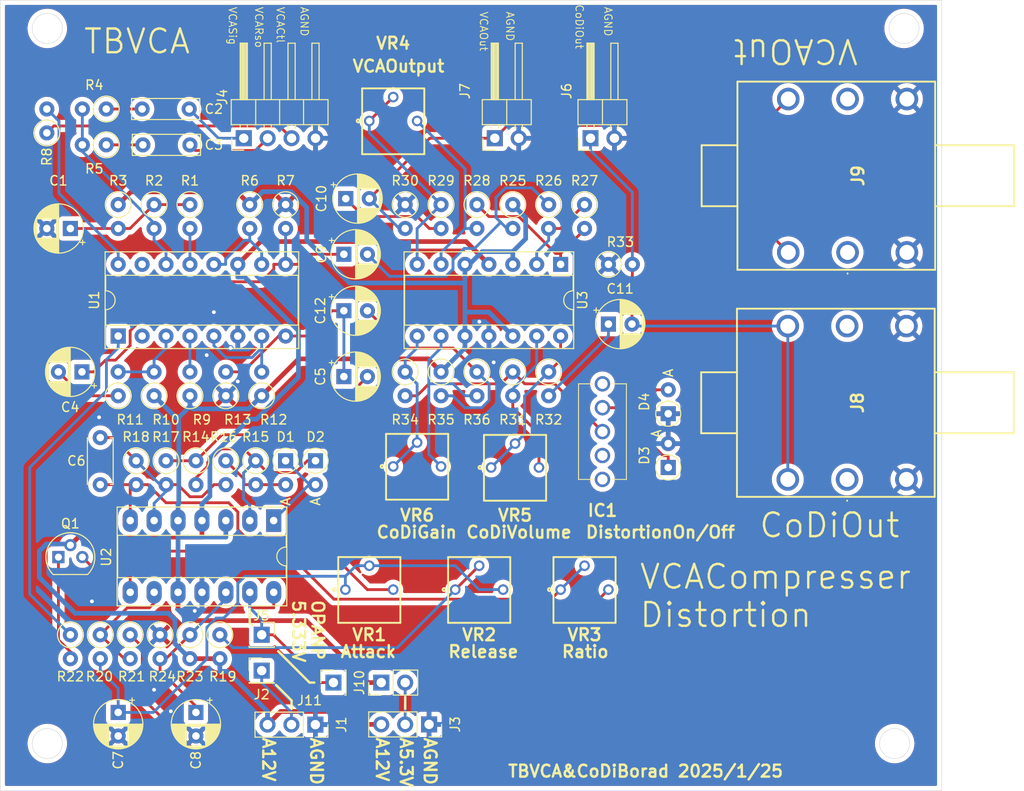
<source format=kicad_pcb>
(kicad_pcb (version 20240108) (generator "pcbnew") (generator_version "8.0")
  (layers (0 "F.Cu" signal) (31 "B.Cu" signal) (34 "B.Paste" user) (35 "F.Paste" user) (36 "B.SilkS" user "B.Silkscreen") (37 "F.SilkS" user "F.Silkscreen") (38 "B.Mask" user) (39 "F.Mask" user) (44 "Edge.Cuts" user))
  (net 0 "")
  (net 1 "Net-(C1-Pad1)")
  (net 2 "GNDA")
  (net 3 "A+_VCA_Signal")
  (net 4 "Net-(C2-Pad2)")
  (net 5 "A+_VCA_Resonance")
  (net 6 "Net-(C3-Pad2)")
  (net 7 "VCA_OUT")
  (net 8 "Net-(C4-Pad2)")
  (net 9 "Net-(C5-Pad2)")
  (net 10 "COMP_OUT")
  (net 11 "Net-(U2B--)")
  (net 12 "Net-(VR1-CW)")
  (net 13 "Net-(VR1-CCW)")
  (net 14 "Net-(U2D-+)")
  (net 15 "Net-(C9-Pad2)")
  (net 16 "Net-(J7-Pin_1)")
  (net 17 "Net-(C10-Pad1)")
  (net 18 "Net-(C11-Pad1)")
  (net 19 "Net-(J6-Pin_1)")
  (net 20 "Net-(C12-Pad2)")
  (net 21 "Net-(D1-K)")
  (net 22 "Net-(D1-A)")
  (net 23 "Net-(D2-K)")
  (net 24 "Net-(D3-K)")
  (net 25 "+12VA")
  (net 26 "Net-(J1-Pin_2)")
  (net 27 "+5.333VA")
  (net 28 "A+_VCA_Control")
  (net 29 "Net-(Q1-E)")
  (net 30 "Net-(Q1-B)")
  (net 31 "Net-(U1A--)")
  (net 32 "Net-(U1A-+)")
  (net 33 "Net-(R6-Pad2)")
  (net 34 "Net-(R8-Pad2)")
  (net 35 "Net-(U1C--)")
  (net 36 "Net-(U1C-+)")
  (net 37 "Net-(R12-Pad2)")
  (net 38 "Net-(VR2-CCW)")
  (net 39 "Net-(U2C--)")
  (net 40 "Net-(VR3-CW)")
  (net 41 "COMP_CTRL")
  (net 42 "Net-(U3A--)")
  (net 43 "Net-(R27-Pad2)")
  (net 44 "Net-(U3B--)")
  (net 45 "Net-(VR4-CCW)")
  (net 46 "Net-(U3D--)")
  (net 47 "Net-(VR5-CCW)")
  (net 48 "Net-(VR6-CCW)")
  (net 49 "Net-(U3C--)")
  (net 59 "Net-(IC1-2_Comm)")
  (net 60 "Net-(J10-Pin_2)")
  (net 61 "Net-(J11-Pin_1)")
  (footprint "Resistor_THT:R_Axial_DIN0207_L6.3mm_D2.5mm_P2.54mm_Vertical" (layer "F.Cu") (at 51.435 72.945 -90)
    (property "Reference" "R18")
    (property "Value" "20K")
  )
  (footprint "Resistor_THT:R_Axial_DIN0207_L6.3mm_D2.5mm_P2.54mm_Vertical" (layer "F.Cu") (at 80.01 45.72 -90)
    (property "Reference" "R30")
    (property "Value" "100K")
  )
  (footprint "Resistor_THT:R_Axial_DIN0207_L6.3mm_D2.5mm_P2.54mm_Vertical" (layer "F.Cu") (at 80.01 63.5 -90)
    (property "Reference" "R34")
    (property "Value" "2.2K")
  )
  (footprint "SamacSys_Parts:3362P_1" (layer "F.Cu") (at 81.28 77.08)
    (property "Reference" "VR6")
    (property "Value" "3362P-1-503LF 50K" (hide yes))
  )
  (footprint "Capacitor_THT:C_Rect_L7.0mm_W2.0mm_P5.00mm" (layer "F.Cu") (at 57.15 39.37 180)
    (property "Reference" "C3")
    (property "Value" "0.01uF")
  )
  (footprint "Diode_THT:D_DO-35_SOD27_P2.54mm_Vertical_AnodeUp" (layer "F.Cu") (at 107.95 67.945 90)
    (property "Reference" "D4")
    (property "Value" "D")
  )
  (footprint "Resistor_THT:R_Axial_DIN0207_L6.3mm_D2.5mm_P2.54mm_Vertical" (layer "F.Cu") (at 50.8 91.44 -90)
    (property "Reference" "R21")
    (property "Value" "10K")
  )
  (footprint "SamacSys_Parts:3362P_1" (layer "F.Cu") (at 99.06 90.17)
    (property "Reference" "VR3")
    (property "Value" "3362P-1-504LF 500K" (hide yes))
  )
  (footprint "Resistor_THT:R_Axial_DIN0207_L6.3mm_D2.5mm_P2.54mm_Vertical" (layer "F.Cu") (at 83.82 63.5 -90)
    (property "Reference" "R35")
    (property "Value" "100K")
  )
  (footprint "Resistor_THT:R_Axial_DIN0207_L6.3mm_D2.5mm_P2.54mm_Vertical" (layer "F.Cu") (at 47.625 91.44 -90)
    (property "Reference" "R20")
    (property "Value" "10K")
  )
  (footprint "Resistor_THT:R_Axial_DIN0207_L6.3mm_D2.5mm_P2.54mm_Vertical" (layer "F.Cu") (at 57.785 72.945 -90)
    (property "Reference" "R14")
    (property "Value" "10K")
  )
  (footprint "Capacitor_THT:CP_Radial_D5.0mm_P2.50mm" (layer "F.Cu") (at 73.5 64)
    (property "Reference" "C5")
    (property "Value" "1uF/25V")
  )
  (footprint "Connector_PinHeader_2.54mm:PinHeader_1x02_P2.54mm_Vertical" (layer "F.Cu") (at 77.47 96.52 90)
    (property "Reference" "J10")
    (property "Value" "Conn_01x02")
  )
  (footprint "Connector_PinSocket_2.54mm:PinSocket_1x01_P2.54mm_Vertical" (layer "F.Cu") (at 72.39 96.52 90)
    (property "Reference" "J11")
    (property "Value" "Conn_01x01")
  )
  (footprint "Resistor_THT:R_Axial_DIN0207_L6.3mm_D2.5mm_P2.54mm_Vertical" (layer "F.Cu") (at 99.06 45.72 -90)
    (property "Reference" "R27")
    (property "Value" "10K")
  )
  (footprint "Capacitor_THT:CP_Radial_D5.0mm_P2.50mm" (layer "F.Cu") (at 49.53 99.695 -90)
    (property "Reference" "C7")
    (property "Value" "2.2uF/25V")
  )
  (footprint "Resistor_THT:R_Axial_DIN0207_L6.3mm_D2.5mm_P2.54mm_Vertical" (layer "F.Cu") (at 60.96 66.04 90)
    (property "Reference" "R13")
    (property "Value" "5K")
  )
  (footprint "Resistor_THT:R_Axial_DIN0207_L6.3mm_D2.5mm_P2.54mm_Vertical" (layer "F.Cu") (at 48.26 35.56 180)
    (property "Reference" "R4")
    (property "Value" "220K")
  )
  (footprint "Diode_THT:D_DO-35_SOD27_P2.54mm_Vertical_AnodeUp" (layer "F.Cu") (at 107.95 73.66 90)
    (property "Reference" "D3")
    (property "Value" "D")
  )
  (footprint "Resistor_THT:R_Axial_DIN0207_L6.3mm_D2.5mm_P2.54mm_Vertical" (layer "F.Cu") (at 87.63 63.5 -90)
    (property "Reference" "R36")
    (property "Value" "10K")
  )
  (footprint "SamacSys_Parts:3362P_1" (layer "F.Cu") (at 76.2 90.17)
    (property "Reference" "VR1")
    (property "Value" "3362P-1-102LF 1K" (hide yes))
  )
  (footprint "Resistor_THT:R_Axial_DIN0207_L6.3mm_D2.5mm_P2.54mm_Vertical" (layer "F.Cu") (at 95.25 45.72 -90)
    (property "Reference" "R26")
    (property "Value" "10K")
  )
  (footprint "Capacitor_THT:CP_Radial_D5.0mm_P2.50mm" (layer "F.Cu") (at 73.7 45.085)
    (property "Reference" "C10")
    (property "Value" "1uF/25V")
  )
  (footprint "Resistor_THT:R_Axial_DIN0207_L6.3mm_D2.5mm_P2.54mm_Vertical" (layer "F.Cu") (at 101.6 52.07)
    (property "Reference" "R33")
    (property "Value" "100K")
  )
  (footprint "Resistor_THT:R_Axial_DIN0207_L6.3mm_D2.5mm_P2.54mm_Vertical" (layer "F.Cu") (at 57.15 45.72 -90)
    (property "Reference" "R1")
    (property "Value" "2.2K")
  )
  (footprint "Connector_PinHeader_2.54mm:PinHeader_1x01_P2.54mm_Vertical" (layer "F.Cu") (at 64.77 95.25)
    (property "Reference" "J2")
    (property "Value" "Conn_01x01")
  )
  (footprint "Package_DIP:DIP-16_W7.62mm_Socket" (layer "F.Cu") (at 49.53 59.69 90)
    (property "Reference" "U1")
    (property "Value" "LM13700")
  )
  (footprint "Connector_PinSocket_2.54mm:PinSocket_1x03_P2.54mm_Vertical" (layer "F.Cu") (at 70.47 100.99 -90)
    (property "Reference" "J1")
    (property "Value" "Conn_01x03")
  )
  (footprint "Capacitor_THT:CP_Radial_D5.0mm_P2.50mm" (layer "F.Cu") (at 57.785 99.695 -90)
    (property "Reference" "C8")
    (property "Value" "2.2uF/25V")
  )
  (footprint "Package_DIP:DIP-14_W7.62mm_Socket" (layer "F.Cu") (at 96.52 52.07 -90)
    (property "Reference" "U3")
    (property "Value" "Opamp_Quad")
  )
  (footprint "Resistor_THT:R_Axial_DIN0207_L6.3mm_D2.5mm_P2.54mm_Vertical" (layer "F.Cu") (at 41.95 38.1 90)
    (property "Reference" "R8")
    (property "Value" "47K")
  )
  (footprint "SamacSys_Parts:MJ462" (layer "F.Cu") (at 127 50.8 90)
    (property "Reference" "J9")
    (property "Value" "MJ-462" (hide yes))
  )
  (footprint "Resistor_THT:R_Axial_DIN0207_L6.3mm_D2.5mm_P2.54mm_Vertical" (layer "F.Cu") (at 49.53 45.72 -90)
    (property "Reference" "R3")
    (property "Value" "2.2K")
  )
  (footprint "Diode_THT:D_DO-35_SOD27_P2.54mm_Vertical_AnodeUp" (layer "F.Cu") (at 67.31 72.945 -90)
    (property "Reference" "D1")
    (property "Value" "D")
  )
  (footprint "Capacitor_THT:CP_Radial_D5.0mm_P2.50mm" (layer "F.Cu") (at 45.68 63.5 180)
    (property "Reference" "C4")
    (property "Value" "10uF/25V")
  )
  (footprint "Resistor_THT:R_Axial_DIN0207_L6.3mm_D2.5mm_P2.54mm_Vertical" (layer "F.Cu") (at 44.45 91.44 -90)
    (property "Reference" "R22")
    (property "Value" "10K")
  )
  (footprint "Resistor_THT:R_Axial_DIN0207_L6.3mm_D2.5mm_P2.54mm_Vertical" (layer "F.Cu") (at 53.975 91.44 -90)
    (property "Reference" "R24")
    (property "Value" "24K")
  )
  (footprint "SamacSys_Parts:3362P_1" (layer "F.Cu") (at 91.6795 77.19)
    (property "Reference" "VR5")
    (property "Value" "3362P-1-504LF 500K" (hide yes))
  )
  (footprint "SamacSys_Parts:2MS1T1B4VS2QES" (layer "F.Cu") (at 100.965 67.31)
    (property "Reference" "IC1")
    (property "Value" "2MS1T1B4VS2QES" (hide yes))
  )
  (footprint "Capacitor_THT:CP_Radial_D5.0mm_P2.50mm" (layer "F.Cu") (at 73.5 51)
    (property "Reference" "C9")
    (property "Value" "1uF/25V")
  )
  (footprint "Resistor_THT:R_Axial_DIN0207_L6.3mm_D2.5mm_P2.54mm_Vertical" (layer "F.Cu") (at 63.5 45.72 -90)
    (property "Reference" "R6")
    (property "Value" "33K")
  )
  (footprint "Resistor_THT:R_Axial_DIN0207_L6.3mm_D2.5mm_P2.54mm_Vertical" (layer "F.Cu") (at 91.44 63.5 -90)
    (property "Reference" "R31")
    (property "Value" "10K")
  )
  (footprint "Resistor_THT:R_Axial_DIN0207_L6.3mm_D2.5mm_P2.54mm_Vertical" (layer "F.Cu") (at 83.82 45.72 -90)
    (property "Reference" "R29")
    (property "Value" "100")
  )
  (footprint "Resistor_THT:R_Axial_DIN0207_L6.3mm_D2.5mm_P2.54mm_Vertical" (layer "F.Cu") (at 57.15 91.44 -90)
    (property "Reference" "R23")
    (property "Value" "30K")
  )
  (footprint "Connector_PinSocket_2.54mm:PinSocket_1x03_P2.54mm_Vertical" (layer "F.Cu") (at 82.55 100.965 -90)
    (property "Reference" "J3")
    (property "Value" "Conn_01x03")
  )
  (footprint "Connector_PinHeader_2.54mm:PinHeader_1x04_P2.54mm_Horizontal" (layer "F.Cu") (at 62.865 38.665 90)
    (property "Reference" "J4")
    (property "Value" "Conn_01x04")
  )
  (footprint "Resistor_THT:R_Axial_DIN0207_L6.3mm_D2.5mm_P2.54mm_Vertical" (layer "F.Cu") (at 54.61 72.945 -90)
    (property "Reference" "R17")
    (property "Value" "20K")
  )
  (footprint "Resistor_THT:R_Axial_DIN0207_L6.3mm_D2.5mm_P2.54mm_Vertical" (layer "F.Cu") (at 53.34 45.72 -90)
    (property "Reference" "R2")
    (property "Value" "2.2K")
  )
  (footprint "Resistor_THT:R_Axial_DIN0207_L6.3mm_D2.5mm_P2.54mm_Vertical" (layer "F.Cu") (at 57.15 66.04 90)
    (property "Reference" "R9")
    (property "Value" "510")
  )
  (footprint "SamacSys_Parts:3362P_1" (layer "F.Cu") (at 78.74 40.36)
    (property "Reference" "VR4")
    (property "Value" "3362P-1-503LF 50K" (hide yes))
  )
  (footprint "Resistor_THT:R_Axial_DIN0207_L6.3mm_D2.5mm_P2.54mm_Vertical" (layer "F.Cu") (at 53.34 66.04 90)
    (property "Reference" "R10")
    (property "Value" "510")
  )
  (footprint "Capacitor_THT:CP_Radial_D5.0mm_P2.50mm" (layer "F.Cu") (at 101.6 58.42)
    (property "Reference" "C11")
    (property "Value" "1uF/25V")
  )
  (footprint "Package_TO_SOT_THT:TO-92" (layer "F.Cu") (at 43.18 83.185)
    (property "Reference" "Q1")
    (property "Value" "Q_NPN_ECB")
  )
  (footprint "Resistor_THT:R_Axial_DIN0207_L6.3mm_D2.5mm_P2.54mm_Vertical" (layer "F.Cu") (at 60.96 72.945 -90)
    (property "Reference" "R16")
    (property "Value" "10K")
  )
  (footprint "Resistor_THT:R_Axial_DIN0207_L6.3mm_D2.5mm_P2.54mm_Vertical" (layer "F.Cu") (at 64.135 72.945 -90)
    (property "Reference" "R15")
    (property "Value" "10K")
  )
  (footprint "Capacitor_THT:C_Rect_L7.0mm_W2.0mm_P5.00mm" (layer "F.Cu") (at 57.07 35.56 180)
    (property "Reference" "C2")
    (property "Value" "0.01uF")
  )
  (footprint "SamacSys_Parts:MJ462" (layer "F.Cu") (at 126.95 74.93 90)
    (property "Reference" "J8")
    (property "Value" "MJ-462" (hide yes))
  )
  (footprint "Resistor_THT:R_Axial_DIN0207_L6.3mm_D2.5mm_P2.54mm_Vertical" (layer "F.Cu") (at 60.325 91.44 -90)
    (property "Reference" "R19")
    (property "Value" "10K")
  )
  (footprint "Resistor_THT:R_Axial_DIN0207_L6.3mm_D2.5mm_P2.54mm_Vertical" (layer "F.Cu") (at 48.26 39.37 180)
    (property "Reference" "R5")
    (property "Value" "100K")
  )
  (footprint "Resistor_THT:R_Axial_DIN0207_L6.3mm_D2.5mm_P2.54mm_Vertical" (layer "F.Cu") (at 67.31 45.72 -90)
    (property "Reference" "R7")
    (property "Value" "5K")
  )
  (footprint "Connector_PinSocket_2.54mm:PinSocket_1x01_P2.54mm_Vertical" (layer "F.Cu") (at 64.77 91.44)
    (property "Reference" "J5")
    (property "Value" "Conn_01x01")
  )
  (footprint "Resistor_THT:R_Axial_DIN0207_L6.3mm_D2.5mm_P2.54mm_Vertical" (layer "F.Cu") (at 91.44 45.72 -90)
    (property "Reference" "R25")
    (property "Value" "100K")
  )
  (footprint "Connector_PinHeader_2.54mm:PinHeader_1x02_P2.54mm_Horizontal" (layer "F.Cu") (at 89.53 38.665 90)
    (property "Reference" "J7")
    (property "Value" "Conn_01x02")
  )
  (footprint "Resistor_THT:R_Axial_DIN0207_L6.3mm_D2.5mm_P2.54mm_Vertical" (layer "F.Cu") (at 95.25 63.5 -90)
    (property "Reference" "R32")
    (property "Value" "100")
  )
  (footprint "Capacitor_THT:CP_Radial_D5.0mm_P2.50mm" (layer "F.Cu") (at 73.5 57)
    (property "Reference" "C12")
    (property "Value" "1uF/25V")
  )
  (footprint "Package_DIP:DIP-14_W7.62mm_Socket_LongPads" (layer "F.Cu") (at 66.045 79.305 -90)
    (property "Reference" "U2")
    (property "Value" "Opamp_Quad")
  )
  (footprint "Connector_PinHeader_2.54mm:PinHeader_1x02_P2.54mm_Horizontal" (layer "F.Cu") (at 99.695 38.665 90)
    (property "Reference" "J6")
    (property "Value" "Conn_01x02")
  )
  (footprint "SamacSys_Parts:3362P_1" (layer "F.Cu") (at 87.8695 90.17)
    (property "Reference" "VR2")
    (property "Value" "3362P-1-104LF 100K" (hide yes))
  )
  (footprint "Resistor_THT:R_Axial_DIN0207_L6.3mm_D2.5mm_P2.54mm_Vertical" (layer "F.Cu") (at 87.63 45.72 -90)
    (property "Reference" "R28")
    (property "Value" "10K")
  )
  (footprint "Resistor_THT:R_Axial_DIN0207_L6.3mm_D2.5mm_P2.54mm_Vertical" (layer "F.Cu") (at 64.77 66.04 90)
    (property "Reference" "R12")
    (property "Value" "33K")
  )
  (footprint "Resistor_THT:R_Axial_DIN0207_L6.3mm_D2.5mm_P2.54mm_Vertical" (layer "F.Cu") (at 49.53 66.04 90)
    (property "Reference" "R11")
    (property "Value" "100K")
  )
  (footprint "Capacitor_THT:C_Disc_D4.7mm_W2.5mm_P5.00mm" (layer "F.Cu") (at 47.625 75.485 90)
    (property "Reference" "C6")
    (property "Value" "0.1u")
  )
  (footprint "Diode_THT:D_DO-35_SOD27_P2.54mm_Vertical_AnodeUp" (layer "F.Cu") (at 70.485 72.945 -90)
    (property "Reference" "D2")
    (property "Value" "D")
  )
  (footprint "Capacitor_THT:CP_Radial_D5.0mm_P2.50mm" (layer "F.Cu") (at 44.45 48.26 180)
    (property "Reference" "C1")
    (property "Value" "10uF/25V")
  )
  (gr_line (start 63.5 90.17) (end 63.5 88.646) (stroke (width 0.254)) (layer "F.SilkS"))
  (gr_line (start 67.945 98.425) (end 67.945 99.314) (stroke (width 0.254)) (layer "F.SilkS"))
  (gr_line (start 66.294 96.774) (end 67.945 98.425) (stroke (width 0.254)) (layer "F.SilkS"))
  (gr_line (start 80.014514 98.044) (end 80.01 99.314) (stroke (width 0.254)) (layer "F.SilkS"))
  (gr_line (start 69.85 96.52) (end 70.358 96.52) (stroke (width 0.254)) (layer "F.SilkS"))
  (gr_line (start 63.754 90.424) (end 63.5 90.17) (stroke (width 0.254)) (layer "F.SilkS"))
  (gr_line (start 66.52 93.19) (end 69.85 96.52) (stroke (width 0.254)) (layer "F.SilkS"))
  (gr_circle (center 133 27) (end 134.6 27) (stroke (width 0.05)) (fill none) (layer "Edge.Cuts"))
  (gr_circle (center 42 103) (end 43.6 103) (stroke (width 0.05)) (fill none) (layer "Edge.Cuts"))
  (gr_circle (center 132 103) (end 133.6 103) (stroke (width 0.05)) (fill none) (layer "Edge.Cuts"))
  (gr_rect (start 37 24) (end 137 108) (stroke (width 0.05)) (fill none) (layer "Edge.Cuts"))
  (gr_circle (center 42 27) (end 43.6 27) (stroke (width 0.05)) (fill none) (layer "Edge.Cuts"))
  (gr_text "CoDiVolume" (at 86.36 81.28 0) (layer "F.SilkS") (effects (font (size 1.27 1.27) (thickness 0.254)) (justify left bottom)))
  (gr_text "A12V" (at 76.835 102.235 -90) (layer "F.SilkS") (effects (font (size 1.27 1.27) (thickness 0.254)) (justify left bottom)))
  (gr_text "Release" (at 84.455 93.98 0) (layer "F.SilkS") (effects (font (size 1.27 1.27) (thickness 0.254)) (justify left bottom)))
  (gr_text "AGND" (at 90.678 25.146 -90) (layer "F.SilkS") (effects (font (size 0.8 0.8) (thickness 0.1)) (justify left bottom)))
  (gr_text "A12V" (at 64.77 102.235 -90) (layer "F.SilkS") (effects (font (size 1.27 1.27) (thickness 0.254)) (justify left bottom)))
  (gr_text "AGND" (at 81.915 102.235 -90) (layer "F.SilkS") (effects (font (size 1.27 1.27) (thickness 0.254)) (justify left bottom)))
  (gr_text "VCARso" (at 64.008 24.638 -90) (layer "F.SilkS") (effects (font (size 0.8 0.8) (thickness 0.1)) (justify left bottom)))
  (gr_text "VCASig" (at 61.214 24.638 -90) (layer "F.SilkS") (effects (font (size 0.8 0.8) (thickness 0.1)) (justify left bottom)))
  (gr_text "VCAOut" (at 128.27 27.94 180) (layer "F.SilkS") (effects (font (size 2.52 2.52) (thickness 0.254)) (justify left bottom)))
  (gr_text "OPANP\n5.333V" (at 67.945 87.63 -90) (layer "F.SilkS") (effects (font (size 1.27 1.27) (thickness 0.254)) (justify left bottom)))
  (gr_text "CoDiGain" (at 76.835 81.28 0) (layer "F.SilkS") (effects (font (size 1.27 1.27) (thickness 0.254)) (justify left bottom)))
  (gr_text "VCAOut" (at 87.884 25.146 -90) (layer "F.SilkS") (effects (font (size 0.8 0.8) (thickness 0.1)) (justify left bottom)))
  (gr_text "VCACompresser\nDistortion" (at 104.775 90.805 0) (layer "F.SilkS") (effects (font (size 2.52 2.52) (thickness 0.254)) (justify left bottom)))
  (gr_text "DistortionOn/Off" (at 99.06 81.28 0) (layer "F.SilkS") (effects (font (size 1.27 1.27) (thickness 0.254)) (justify left bottom)))
  (gr_text "AGND" (at 69.85 102.235 -90) (layer "F.SilkS") (effects (font (size 1.27 1.27) (thickness 0.254)) (justify left bottom)))
  (gr_text "AGND" (at 68.834 24.638 -90) (layer "F.SilkS") (effects (font (size 0.8 0.8) (thickness 0.1)) (justify left bottom)))
  (gr_text "TBVCA&CoDiBorad 2025/1/25" (at 90.805 106.68 0) (layer "F.SilkS") (effects (font (size 1.27 1.27) (thickness 0.254)) (justify left bottom)))
  (gr_text "TBVCA" (at 45.72 29.845 0) (layer "F.SilkS") (effects (font (size 2.52 2.52) (thickness 0.254)) (justify left bottom)))
  (gr_text "Ratio" (at 96.52 93.98 0) (layer "F.SilkS") (effects (font (size 1.27 1.27) (thickness 0.254)) (justify left bottom)))
  (gr_text "VCACtl" (at 66.294 24.638 -90) (layer "F.SilkS") (effects (font (size 0.8 0.8) (thickness 0.1)) (justify left bottom)))
  (gr_text "CoDiOut" (at 117.475 81.28 0) (layer "F.SilkS") (effects (font (size 2.52 2.52) (thickness 0.254)) (justify left bottom)))
  (gr_text "VCAOutput" (at 74.295 31.75 0) (layer "F.SilkS") (effects (font (size 1.27 1.27) (thickness 0.254)) (justify left bottom)))
  (gr_text "A5.3V" (at 79.375 102.235 -90) (layer "F.SilkS") (effects (font (size 1.27 1.27) (thickness 0.254)) (justify left bottom)))
  (gr_text "Attack" (at 73.025 93.98 0) (layer "F.SilkS") (effects (font (size 1.27 1.27) (thickness 0.254)) (justify left bottom)))
  (gr_text "CoDiOut" (at 98.044 24.384 -90) (layer "F.SilkS") (effects (font (size 0.8 0.8) (thickness 0.1)) (justify left bottom)))
  (gr_text "AGND" (at 101.092 24.638 -90) (layer "F.SilkS") (effects (font (size 0.8 0.8) (thickness 0.1)) (justify left bottom)))
  (segment (start 53.34 45.72) (end 57.15 45.72) (width 0.3) (layer "F.Cu") (net 1))
  (segment (start 44.45 48.26) (end 49.53 48.26) (width 0.3) (layer "F.Cu") (net 1))
  (segment (start 53.3217 45.72) (end 53.34 45.72) (width 0.3) (layer "F.Cu") (net 1))
  (segment (start 49.53 48.26) (end 50.7817 48.26) (width 0.3) (layer "F.Cu") (net 1))
  (segment (start 50.7817 48.26) (end 53.3217 45.72) (width 0.3) (layer "F.Cu") (net 1))
  (via (at 46.736 87.884) (size 0.6) (drill 0.4) (layers "F.Cu" "B.Cu") (net 2))
  (via (at 59.69 57.15) (size 0.6) (drill 0.4) (layers "F.Cu" "B.Cu") (net 2))
  (via (at 61.468 60.96) (size 0.6) (drill 0.4) (layers "F.Cu" "B.Cu") (net 2))
  (via (at 47.498 68.326) (size 0.6) (drill 0.4) (layers "F.Cu" "B.Cu") (net 2))
  (via (at 55.118 99.568) (size 0.6) (drill 0.4) (layers "F.Cu" "B.Cu") (net 2))
  (via (at 89.408 62.484) (size 0.6) (drill 0.4) (layers "F.Cu" "B.Cu") (net 2))
  (via (at 58.928 61.722) (size 0.6) (drill 0.4) (layers "F.Cu" "B.Cu") (net 2))
  (via (at 62.23 64.516) (size 0.6) (drill 0.4) (layers "F.Cu" "B.Cu") (net 2))
  (via (at 53.34 97.282) (size 0.6) (drill 0.4) (layers "F.Cu" "B.Cu") (net 2))
  (via (at 87.884 58.166) (size 0.6) (drill 0.4) (layers "F.Cu" "B.Cu") (net 2))
  (via (at 57.658 88.9) (size 0.6) (drill 0.4) (layers "F.Cu" "B.Cu") (net 2))
  (segment (start 62.865 38.665) (end 60.175 38.665) (width 0.3) (layer "B.Cu") (net 3))
  (segment (start 60.175 38.665) (end 57.07 35.56) (width 0.3) (layer "B.Cu") (net 3))
  (segment (start 48.26 35.56) (end 52.07 35.56) (width 0.3) (layer "F.Cu") (net 4))
  (segment (start 65.405 38.665) (end 64.1033 39.9667) (width 0.3) (layer "F.Cu") (net 5))
  (segment (start 64.1033 39.9667) (end 57.7467 39.9667) (width 0.3) (layer "F.Cu") (net 5))
  (segment (start 57.7467 39.9667) (end 57.15 39.37) (width 0.3) (layer "F.Cu") (net 5))
  (segment (start 48.26 39.37) (end 52.15 39.37) (width 0.3) (layer "F.Cu") (net 6))
  (segment (start 49.2386 62.2483) (end 50.8 60.6869) (width 0.3) (layer "F.Cu") (net 7))
  (segment (start 45.68 63.5) (end 46.9317 63.5) (width 0.3) (layer "F.Cu") (net 7))
  (segment (start 69.6317 51) (end 68.5617 52.07) (width 0.3) (layer "F.Cu") (net 7))
  (segment (start 67.31 52.07) (end 66.0583 52.07) (width 0.3) (layer "F.Cu") (net 7))
  (segment (start 46.9317 63.5) (end 48.1834 62.2483) (width 0.3) (layer "F.Cu") (net 7))
  (segment (start 50.8 59.1284) (end 56.0086 53.9198) (width 0.3) (layer "F.Cu") (net 7))
  (segment (start 73.5 51) (end 69.6317 51) (width 0.3) (layer "F.Cu") (net 7))
  (segment (start 50.8 60.6869) (end 50.8 59.1284) (width 0.3) (layer "F.Cu") (net 7))
  (segment (start 66.0583 52.5887) (end 66.0583 52.07) (width 0.3) (layer "F.Cu") (net 7))
  (segment (start 48.1834 62.2483) (end 49.2386 62.2483) (width 0.3) (layer "F.Cu") (net 7))
  (segment (start 67.31 52.07) (end 68.5617 52.07) (width 0.3) (layer "F.Cu") (net 7))
  (segment (start 64.7272 53.9198) (end 66.0583 52.5887) (width 0.3) (layer "F.Cu") (net 7))
  (segment (start 56.0086 53.9198) (end 64.7272 53.9198) (width 0.3) (layer "F.Cu") (net 7))
  (segment (start 67.31 52.07) (end 67.31 48.26) (width 0.3) (layer "B.Cu") (net 7))
  (segment (start 43.18 63.5) (end 45.72 66.04) (width 0.3) (layer "F.Cu") (net 8))
  (segment (start 45.72 66.04) (end 49.53 66.04) (width 0.3) (layer "F.Cu") (net 8))
  (segment (start 60.5457 70.1843) (end 57.785 72.945) (width 0.3) (layer "F.Cu") (net 9))
  (segment (start 69.8157 70.1843) (end 60.5457 70.1843) (width 0.3) (layer "F.Cu") (net 9))
  (segment (start 54.61 72.945) (end 57.785 72.945) (width 0.3) (layer "F.Cu") (net 9))
  (segment (start 76 64) (end 69.8157 70.1843) (width 0.3) (layer "F.Cu") (net 9))
  (segment (start 69.5583 59.69) (end 72.2483 57) (width 0.3) (layer "F.Cu") (net 10))
  (segment (start 73.5 57) (end 72.2483 57) (width 0.3) (layer "F.Cu") (net 10))
  (segment (start 67.31 59.69) (end 69.5583 59.69) (width 0.3) (layer "F.Cu") (net 10))
  (segment (start 66.577 59.69) (end 67.31 59.69) (width 0.3) (layer "F.Cu") (net 10))
  (segment (start 60.96 63.5) (end 62.767 63.5) (width 0.3) (layer "F.Cu") (net 10))
  (segment (start 62.767 63.5) (end 66.577 59.69) (width 0.3) (layer "F.Cu") (net 10))
  (segment (start 73.5 57) (end 73.5 64) (width 0.3) (layer "B.Cu") (net 10))
  (segment (start 58.4215 76.7718) (end 59.7083 75.485) (width 0.3) (layer "F.Cu") (net 11))
  (segment (start 57.1485 76.7718) (end 58.4215 76.7718) (width 0.3) (layer "F.Cu") (net 11))
  (segment (start 47.625 70.485) (end 48.975 70.485) (width 0.3) (layer "F.Cu") (net 11))
  (segment (start 48.975 70.485) (end 51.435 72.945) (width 0.3) (layer "F.Cu") (net 11))
  (segment (start 55.8617 75.485) (end 57.1485 76.7718) (width 0.3) (layer "F.Cu") (net 11))
  (segment (start 54.61 75.485) (end 55.8617 75.485) (width 0.3) (layer "F.Cu") (net 11))
  (segment (start 60.96 75.485) (end 59.7083 75.485) (width 0.3) (layer "F.Cu") (net 11))
  (segment (start 51.435 72.945) (end 53.975 75.485) (width 0.3) (layer "B.Cu") (net 11))
  (segment (start 53.345 77.465) (end 54.61 76.2) (width 0.3) (layer "B.Cu") (net 11))
  (segment (start 54.61 76.2) (end 54.61 75.485) (width 0.3) (layer "B.Cu") (net 11))
  (segment (start 53.975 75.485) (end 54.61 75.485) (width 0.3) (layer "B.Cu") (net 11))
  (segment (start 53.345 79.305) (end 53.345 77.465) (width 0.3) (layer "B.Cu") (net 11))
  (segment (start 50.805 79.305) (end 50.805 77.6533) (width 0.3) (layer "F.Cu") (net 12))
  (segment (start 50.805 75.485) (end 50.805 77.6533) (width 0.3) (layer "F.Cu") (net 12))
  (segment (start 54.6117 77.41) (end 61.257 77.41) (width 0.3) (layer "F.Cu") (net 12))
  (segment (start 62.235 80.2618) (end 63.1099 81.1367) (width 0.3) (layer "F.Cu") (net 12))
  (segment (start 63.1099 81.1367) (end 70.4861 81.1367) (width 0.3) (layer "F.Cu") (net 12))
  (segment (start 62.235 78.388) (end 62.235 80.2618) (width 0.3) (layer "F.Cu") (net 12))
  (segment (start 47.625 75.485) (end 50.805 75.485) (width 0.3) (layer "F.Cu") (net 12))
  (segment (start 51.435 75.485) (end 52.6867 75.485) (width 0.3) (layer "F.Cu") (net 12))
  (segment (start 50.805 75.485) (end 51.435 75.485) (width 0.3) (layer "F.Cu") (net 12))
  (segment (start 61.257 77.41) (end 62.235 78.388) (width 0.3) (layer "F.Cu") (net 12))
  (segment (start 52.6867 75.485) (end 54.6117 77.41) (width 0.3) (layer "F.Cu") (net 12))
  (segment (start 70.4861 81.1367) (end 75.9894 86.64) (width 0.3) (layer "F.Cu") (net 12))
  (segment (start 75.9894 86.64) (end 78.74 86.64) (width 0.3) (layer "F.Cu") (net 12))
  (segment (start 74.7787 84.1) (end 76.2 84.1) (width 0.3) (layer "B.Cu") (net 13))
  (segment (start 60.7313 89.662) (end 62.235 88.1583) (width 0.3) (layer "B.Cu") (net 13))
  (segment (start 63.0004 85.2187) (end 73.66 85.2187) (width 0.3) (layer "B.Cu") (net 13))
  (segment (start 49.53 99.695) (end 49.53 97.1367) (width 0.3) (layer "B.Cu") (net 13))
  (segment (start 59.944 89.662) (end 60.7313 89.662) (width 0.3) (layer "B.Cu") (net 13))
  (segment (start 62.235 88.1583) (end 62.235 85.9841) (width 0.3) (layer "B.Cu") (net 13))
  (segment (start 49.53 97.1367) (end 47.625 95.2317) (width 0.3) (layer "B.Cu") (net 13))
  (segment (start 73.66 85.2187) (end 74.7787 84.1) (width 0.3) (layer "B.Cu") (net 13))
  (segment (start 53.2476 99.695) (end 58.9497 93.9929) (width 0.3) (layer "B.Cu") (net 13))
  (segment (start 49.53 99.695) (end 53.2476 99.695) (width 0.3) (layer "B.Cu") (net 13))
  (segment (start 62.235 85.9841) (end 63.0004 85.2187) (width 0.3) (layer "B.Cu") (net 13))
  (segment (start 73.66 85.2187) (end 73.66 86.64) (width 0.3) (layer "B.Cu") (net 13))
  (segment (start 58.9497 93.9929) (end 58.9497 90.6563) (width 0.3) (layer "B.Cu") (net 13))
  (segment (start 85.3295 84.1) (end 87.8695 86.64) (width 0.3) (layer "B.Cu") (net 13))
  (segment (start 87.8695 86.64) (end 90.4095 86.64) (width 0.3) (layer "B.Cu") (net 13))
  (segment (start 58.9497 90.6563) (end 59.944 89.662) (width 0.3) (layer "B.Cu") (net 13))
  (segment (start 76.2 84.1) (end 85.3295 84.1) (width 0.3) (layer "B.Cu") (net 13))
  (segment (start 47.625 93.98) (end 47.625 95.2317) (width 0.3) (layer "B.Cu") (net 13))
  (segment (start 57.785 99.695) (end 57.785 99.0417) (width 0.3) (layer "F.Cu") (net 14))
  (segment (start 54.61 93.98) (end 53.975 93.98) (width 0.3) (layer "F.Cu") (net 14))
  (segment (start 53.975 95.2317) (end 53.975 93.98) (width 0.3) (layer "F.Cu") (net 14))
  (segment (start 57.785 99.0417) (end 53.975 95.2317) (width 0.3) (layer "F.Cu") (net 14))
  (segment (start 57.15 91.44) (end 54.61 93.98) (width 0.3) (layer "F.Cu") (net 14))
  (segment (start 60.965 87.625) (end 57.15 91.44) (width 0.3) (layer "B.Cu") (net 14))
  (segment (start 60.965 86.925) (end 60.965 87.625) (width 0.3) (layer "B.Cu") (net 14))
  (segment (start 85.09 52.5745) (end 84.3233 53.3412) (width 0.3) (layer "B.Cu") (net 15))
  (segment (start 86.2772 50.3772) (end 85.09 51.5644) (width 0.3) (layer "B.Cu") (net 15))
  (segment (start 84.3233 53.3412) (end 78.3412 53.3412) (width 0.3) (layer "B.Cu") (net 15))
  (segment (start 87.3879 50.3772) (end 86.2772 50.3772) (width 0.3) (layer "B.Cu") (net 15))
  (segment (start 89.662 44.958) (end 90.678 43.942) (width 0.3) (layer "B.Cu") (net 15))
  (segment (start 78.3412 53.3412) (end 76 51) (width 0.3) (layer "B.Cu") (net 15))
  (segment (start 85.09 51.5644) (end 85.09 52.5745) (width 0.3) (layer "B.Cu") (net 15))
  (segment (start 91.44 48.26) (end 90.8142 48.26) (width 0.3) (layer "B.Cu") (net 15))
  (segment (start 90.1607 47.6065) (end 88.4599 49.3073) (width 0.3) (layer "B.Cu") (net 15))
  (segment (start 90.8142 48.26) (end 90.1607 47.6065) (width 0.3) (layer "B.Cu") (net 15))
  (segment (start 93.472 43.942) (end 95.25 45.72) (width 0.3) (layer "B.Cu") (net 15))
  (segment (start 88.4599 49.3073) (end 88.4578 49.3073) (width 0.3) (layer "B.Cu") (net 15))
  (segment (start 88.4578 49.3073) (end 87.3879 50.3772) (width 0.3) (layer "B.Cu") (net 15))
  (segment (start 89.662 47.1078) (end 89.662 44.958) (width 0.3) (layer "B.Cu") (net 15))
  (segment (start 90.1607 47.6065) (end 89.662 47.1078) (width 0.3) (layer "B.Cu") (net 15))
  (segment (start 90.678 43.942) (end 93.472 43.942) (width 0.3) (layer "B.Cu") (net 15))
  (segment (start 90.8966 37.2984) (end 89.53 38.665) (width 0.3) (layer "F.Cu") (net 16))
  (segment (start 119.0062 37.2984) (end 119.0062 49.1062) (width 0.3) (layer "F.Cu") (net 16))
  (segment (start 120.7 34.5) (end 119.0062 36.1938) (width 0.3) (layer "F.Cu") (net 16))
  (segment (start 119.0062 49.1062) (end 120.7 50.8) (width 0.3) (layer "F.Cu") (net 16))
  (segment (start 119.0062 36.1938) (end 119.0062 37.2984) (width 0.3) (layer "F.Cu") (net 16))
  (segment (start 82.62 38.665) (end 76.2 45.085) (width 0.3) (layer "F.Cu") (net 16))
  (segment (start 89.53 38.665) (end 82.62 38.665) (width 0.3) (layer "F.Cu") (net 16))
  (segment (start 119.0062 37.2984) (end 90.8966 37.2984) (width 0.3) (layer "F.Cu") (net 16))
  (segment (start 76.2 45.085) (end 79.375 48.26) (width 0.3) (layer "B.Cu") (net 16))
  (segment (start 79.375 48.26) (end 80.01 48.26) (width 0.3) (layer "B.Cu") (net 16))
  (segment (start 81.2982 46.9899) (end 82.5683 48.26) (width 0.3) (layer "F.Cu") (net 17))
  (segment (start 75.6049 46.9899) (end 81.2982 46.9899) (width 0.3) (layer "F.Cu") (net 17))
  (segment (start 83.82 48.26) (end 82.5683 48.26) (width 0.3) (layer "F.Cu") (net 17))
  (segment (start 73.7 45.085) (end 75.6049 46.9899) (width 0.3) (layer "F.Cu") (net 17))
  (segment (start 95.25 66.0217) (end 101.6 59.6717) (width 0.3) (layer "B.Cu") (net 18))
  (segment (start 95.25 66.04) (end 95.25 66.0217) (width 0.3) (layer "B.Cu") (net 18))
  (segment (start 101.6 59.6717) (end 101.6 58.42) (width 0.3) (layer "B.Cu") (net 18))
  (segment (start 104.14 53.3217) (end 104.1 53.3617) (width 0.3) (layer "F.Cu") (net 19))
  (segment (start 104.14 52.07) (end 104.14 53.3217) (width 0.3) (layer "F.Cu") (net 19))
  (segment (start 104.1 53.3617) (end 104.1 58.42) (width 0.3) (layer "F.Cu") (net 19))
  (segment (start 120.65 74.93) (end 120.65 58.63) (width 0.3) (layer "B.Cu") (net 19))
  (segment (start 99.695 39.9667) (end 104.14 44.4117) (width 0.3) (layer "B.Cu") (net 19))
  (segment (start 99.695 38.665) (end 99.695 39.9667) (width 0.3) (layer "B.Cu") (net 19))
  (segment (start 104.14 44.4117) (end 104.14 52.07) (width 0.3) (layer "B.Cu") (net 19))
  (segment (start 120.65 58.63) (end 104.31 58.63) (width 0.3) (layer "B.Cu") (net 19))
  (segment (start 104.31 58.63) (end 104.1 58.42) (width 0.3) (layer "B.Cu") (net 19))
  (segment (start 79.9663 60.9663) (end 85.0963 60.9663) (width 0.3) (layer "F.Cu") (net 20))
  (segment (start 85.0963 60.9663) (end 87.63 63.5) (width 0.3) (layer "F.Cu") (net 20))
  (segment (start 76 57) (end 79.9663 60.9663) (width 0.3) (layer "F.Cu") (net 20))
  (segment (start 88.9295 66.5223) (end 88.1455 67.3063) (width 0.3) (layer "B.Cu") (net 20))
  (segment (start 88.1455 67.3063) (end 86.338 67.3063) (width 0.3) (layer "B.Cu") (net 20))
  (segment (start 86.338 67.3063) (end 85.0717 66.04) (width 0.3) (layer "B.Cu") (net 20))
  (segment (start 83.82 66.04) (end 85.0717 66.04) (width 0.3) (layer "B.Cu") (net 20))
  (segment (start 87.63 63.5) (end 88.9295 64.7995) (width 0.3) (layer "B.Cu") (net 20))
  (segment (start 88.9295 64.7995) (end 88.9295 66.5223) (width 0.3) (layer "B.Cu") (net 20))
  (segment (start 70.485 75.485) (end 69.8592 75.485) (width 0.3) (layer "B.Cu") (net 21))
  (segment (start 66.045 79.243) (end 69.803 75.485) (width 0.3) (layer "B.Cu") (net 21))
  (segment (start 67.3192 72.945) (end 67.31 72.945) (width 0.3) (layer "B.Cu") (net 21))
  (segment (start 66.045 79.305) (end 66.045 79.243) (width 0.3) (layer "B.Cu") (net 21))
  (segment (start 69.803 75.485) (end 69.8592 75.485) (width 0.3) (layer "B.Cu") (net 21))
  (segment (start 69.8592 75.485) (end 67.3192 72.945) (width 0.3) (layer "B.Cu") (net 21))
  (segment (start 62.8833 74.8683) (end 60.96 72.945) (width 0.3) (layer "F.Cu") (net 22))
  (segment (start 67.31 75.485) (end 64.135 75.485) (width 0.3) (layer "F.Cu") (net 22))
  (segment (start 62.8833 75.485) (end 62.8833 74.8683) (width 0.3) (layer "F.Cu") (net 22))
  (segment (start 64.135 75.485) (end 62.8833 75.485) (width 0.3) (layer "F.Cu") (net 22))
  (segment (start 57.785 75.485) (end 57.785 74.7757) (width 0.3) (layer "F.Cu") (net 23))
  (segment (start 60.4502 71.6847) (end 62.8747 71.6847) (width 0.3) (layer "F.Cu") (net 23))
  (segment (start 57.785 74.7757) (end 59.0367 73.524) (width 0.3) (layer "F.Cu") (net 23))
  (segment (start 65.3867 74.1967) (end 68.3729 74.1967) (width 0.3) (layer "F.Cu") (net 23))
  (segment (start 69.6246 72.945) (end 70.485 72.945) (width 0.3) (layer "F.Cu") (net 23))
  (segment (start 64.135 72.945) (end 65.3867 74.1967) (width 0.3) (layer "F.Cu") (net 23))
  (segment (start 62.8747 71.6847) (end 64.135 72.945) (width 0.3) (layer "F.Cu") (net 23))
  (segment (start 68.3729 74.1967) (end 69.6246 72.945) (width 0.3) (layer "F.Cu") (net 23))
  (segment (start 59.0367 73.0982) (end 60.4502 71.6847) (width 0.3) (layer "F.Cu") (net 23))
  (segment (start 59.0367 73.524) (end 59.0367 73.0982) (width 0.3) (layer "F.Cu") (net 23))
  (segment (start 63.505 79.305) (end 63.505 77.6533) (width 0.3) (layer "B.Cu") (net 23))
  (segment (start 62.8452 76.9935) (end 62.8452 74.2348) (width 0.3) (layer "B.Cu") (net 23))
  (segment (start 62.8452 74.2348) (end 64.135 72.945) (width 0.3) (layer "B.Cu") (net 23))
  (segment (start 63.505 77.6533) (end 62.8452 76.9935) (width 0.3) (layer "B.Cu") (net 23))
  (segment (start 104.7933 67.31) (end 106.6983 65.405) (width 0.3) (layer "F.Cu") (net 24))
  (segment (start 107.95 73.66) (end 107.95 72.4083) (width 0.3) (layer "F.Cu") (net 24))
  (segment (start 107.95 65.405) (end 106.6983 65.405) (width 0.3) (layer "F.Cu") (net 24))
  (segment (start 104.7933 69.7992) (end 104.7933 67.31) (width 0.3) (layer "F.Cu") (net 24))
  (segment (start 107.95 72.4083) (end 107.4024 72.4083) (width 0.3) (layer "F.Cu") (net 24))
  (segment (start 100.965 67.31) (end 104.7933 67.31) (width 0.3) (layer "F.Cu") (net 24))
  (segment (start 107.4024 72.4083) (end 104.7933 69.7992) (width 0.3) (layer "F.Cu") (net 24))
  (segment (start 86.4783 49.6483) (end 64.6517 49.6483) (width 0.5) (layer "F.Cu") (net 25))
  (segment (start 64.6517 49.6483) (end 62.23 52.07) (width 0.5) (layer "F.Cu") (net 25))
  (segment (start 88.9 52.07) (end 86.4783 49.6483) (width 0.5) (layer "F.Cu") (net 25))
  (segment (start 45.3083 81.0567) (end 44.45 81.915) (width 0.5) (layer "F.Cu") (net 25))
  (segment (start 60.325 93.98) (end 57.15 93.98) (width 0.5) (layer "F.Cu") (net 25))
  (segment (start 66.7917 99.5883) (end 74.6916 99.5883) (width 0.5) (layer "F.Cu") (net 25))
  (segment (start 77.47 100.965) (end 76.0683 100.965) (width 0.5) (layer "F.Cu") (net 25))
  (segment (start 58.425 81.0567) (end 45.3083 81.0567) (width 0.5) (layer "F.Cu") (net 25))
  (segment (start 74.6916 99.5883) (end 76.0683 100.965) (width 0.5) (layer "F.Cu") (net 25))
  (segment (start 65.39 100.99) (end 66.7917 99.5883) (width 0.5) (layer "F.Cu") (net 25))
  (segment (start 58.425 79.305) (end 58.425 81.0567) (width 0.5) (layer "F.Cu") (net 25))
  (segment (start 55.5625 89.8525) (end 54.864 89.154) (width 0.5) (layer "B.Cu") (net 25))
  (segment (start 44.958 89.154) (end 41.148 85.344) (width 0.5) (layer "B.Cu") (net 25))
  (segment (start 41.148 85.344) (end 41.148 82.55) (width 0.5) (layer "B.Cu") (net 25))
  (segment (start 58.425 79.305) (end 58.425 77.5533) (width 0.5) (layer "B.Cu") (net 25))
  (segment (start 44.323 81.788) (end 44.45 81.915) (width 0.5) (layer "B.Cu") (net 25))
  (segment (start 63.4173 68.5244) (end 64.21 68.5244) (width 0.5) (layer "B.Cu") (net 25))
  (segment (start 65.39 99.5883) (end 61.1334 95.3317) (width 0.5) (layer "B.Cu") (net 25))
  (segment (start 60.325 93.98) (end 60.325 95.3317) (width 0.5) (layer "B.Cu") (net 25))
  (segment (start 68.6726 59.1276) (end 62.9667 53.4217) (width 0.5) (layer "B.Cu") (net 25))
  (segment (start 41.91 81.788) (end 44.323 81.788) (width 0.5) (layer "B.Cu") (net 25))
  (segment (start 59.2691 72.6726) (end 63.4173 68.5244) (width 0.5) (layer "B.Cu") (net 25))
  (segment (start 61.1334 95.3317) (end 60.325 95.3317) (width 0.5) (layer "B.Cu") (net 25))
  (segment (start 68.6726 64.0618) (end 68.6726 59.1276) (width 0.5) (layer "B.Cu") (net 25))
  (segment (start 62.23 52.07) (end 62.23 53.4217) (width 0.5) (layer "B.Cu") (net 25))
  (segment (start 58.425 77.5533) (end 59.2691 76.7092) (width 0.5) (layer "B.Cu") (net 25))
  (segment (start 54.864 89.154) (end 44.958 89.154) (width 0.5) (layer "B.Cu") (net 25))
  (segment (start 62.9667 53.4217) (end 62.23 53.4217) (width 0.5) (layer "B.Cu") (net 25))
  (segment (start 65.39 100.99) (end 65.39 99.5883) (width 0.5) (layer "B.Cu") (net 25))
  (segment (start 64.21 68.5244) (end 68.6726 64.0618) (width 0.5) (layer "B.Cu") (net 25))
  (segment (start 55.5625 92.3925) (end 55.5625 89.8525) (width 0.5) (layer "B.Cu") (net 25))
  (segment (start 59.2691 76.7092) (end 59.2691 72.6726) (width 0.5) (layer "B.Cu") (net 25))
  (segment (start 57.15 93.98) (end 55.5625 92.3925) (width 0.5) (layer "B.Cu") (net 25))
  (segment (start 41.148 82.55) (end 41.91 81.788) (width 0.5) (layer "B.Cu") (net 25))
  (segment (start 67.93 99.6883) (end 64.7934 96.5517) (width 0.3) (layer "B.Cu") (net 26))
  (segment (start 64.7934 96.5517) (end 64.77 96.5517) (width 0.3) (layer "B.Cu") (net 26))
  (segment (start 67.93 100.99) (end 67.93 99.6883) (width 0.3) (layer "B.Cu") (net 26))
  (segment (start 64.77 95.25) (end 64.77 96.5517) (width 0.3) (layer "B.Cu") (net 26))
  (segment (start 55.885 86.925) (end 55.885 88.6767) (width 0.5) (layer "F.Cu") (net 27))
  (segment (start 77.47 96.52) (end 76.0683 96.52) (width 0.5) (layer "F.Cu") (net 27))
  (segment (start 50.8865 44.3635) (end 49.53 45.72) (width 0.5) (layer "F.Cu") (net 27))
  (segment (start 55.885 88.6767) (end 57.1455 89.9372) (width 0.5) (layer "F.Cu") (net 27))
  (segment (start 62.1435 44.3635) (end 50.8865 44.3635) (width 0.5) (layer "F.Cu") (net 27))
  (segment (start 63.5 45.72) (end 62.1435 44.3635) (width 0.5) (layer "F.Cu") (net 27))
  (segment (start 82.4372 62.1172) (end 83.82 63.5) (width 0.5) (layer "F.Cu") (net 27))
  (segment (start 57.1455 89.9372) (end 69.4855 89.9372) (width 0.5) (layer "F.Cu") (net 27))
  (segment (start 68.6928 62.1172) (end 82.4372 62.1172) (width 0.5) (layer "F.Cu") (net 27))
  (segment (start 69.4855 89.9372) (end 76.0683 96.52) (width 0.5) (layer "F.Cu") (net 27))
  (segment (start 64.77 66.04) (end 68.6928 62.1172) (width 0.5) (layer "F.Cu") (net 27))
  (segment (start 86.36 59.69) (end 86.36 57.15) (width 0.5) (layer "B.Cu") (net 27))
  (segment (start 57.15 67.1582) (end 57.15 66.04) (width 0.5) (layer "B.Cu") (net 27))
  (segment (start 55.885 79.305) (end 55.885 77.5533) (width 0.5) (layer "B.Cu") (net 27))
  (segment (start 86.36 54.0485) (end 86.36 52.07) (width 0.5) (layer "B.Cu") (net 27))
  (segment (start 83.82 63.5) (end 86.2783 61.0417) (width 0.5) (layer "B.Cu") (net 27))
  (segment (start 55.9631 68.3451) (end 55.6451 68.3451) (width 0.5) (layer "B.Cu") (net 27))
  (segment (start 64.8702 44.3498) (end 67.8814 44.3498) (width 0.5) (layer "B.Cu") (net 27))
  (segment (start 86.835 52.07) (end 88.1867 50.7183) (width 0.5) (layer "B.Cu") (net 27))
  (segment (start 55.885 86.925) (end 55.885 81.0567) (width 0.5) (layer "B.Cu") (net 27))
  (segment (start 86.36 52.07) (end 86.835 52.07) (width 0.5) (layer "B.Cu") (net 27))
  (segment (start 92.8087 47.0887) (end 91.44 45.72) (width 0.5) (layer "B.Cu") (net 27))
  (segment (start 88.1867 50.7183) (end 91.44 50.7183) (width 0.5) (layer "B.Cu") (net 27))
  (segment (start 64.77 66.04) (end 63.3799 67.4301) (width 0.5) (layer "B.Cu") (net 27))
  (segment (start 67.8814 44.3498) (end 69.5507 46.0191) (width 0.5) (layer "B.Cu") (net 27))
  (segment (start 91.44 50.7183) (end 92.8087 49.3496) (width 0.5) (layer "B.Cu") (net 27))
  (segment (start 86.2783 61.0417) (end 86.36 61.0417) (width 0.5) (layer "B.Cu") (net 27))
  (segment (start 55.9631 77.4752) (end 55.9631 68.3451) (width 0.5) (layer "B.Cu") (net 27))
  (segment (start 69.5507 49.4932) (end 74.106 54.0485) (width 0.5) (layer "B.Cu") (net 27))
  (segment (start 63.3799 67.4301) (end 57.4219 67.4301) (width 0.5) (layer "B.Cu") (net 27))
  (segment (start 55.6451 68.3451) (end 53.34 66.04) (width 0.5) (layer "B.Cu") (net 27))
  (segment (start 55.9631 68.3451) (end 57.15 67.1582) (width 0.5) (layer "B.Cu") (net 27))
  (segment (start 57.4219 67.4301) (end 57.15 67.1582) (width 0.5) (layer "B.Cu") (net 27))
  (segment (start 91.44 59.69) (end 88.9 57.15) (width 0.5) (layer "B.Cu") (net 27))
  (segment (start 88.9 57.15) (end 86.36 57.15) (width 0.5) (layer "B.Cu") (net 27))
  (segment (start 74.106 54.0485) (end 86.36 54.0485) (width 0.5) (layer "B.Cu") (net 27))
  (segment (start 63.5 45.72) (end 64.8702 44.3498) (width 0.5) (layer "B.Cu") (net 27))
  (segment (start 92.8087 49.3496) (end 92.8087 47.0887) (width 0.5) (layer "B.Cu") (net 27))
  (segment (start 86.36 57.15) (end 86.36 54.0485) (width 0.5) (layer "B.Cu") (net 27))
  (segment (start 60.965 79.305) (end 60.965 81.0567) (width 0.5) (layer "B.Cu") (net 27))
  (segment (start 55.885 81.0567) (end 55.885 79.305) (width 0.5) (layer "B.Cu") (net 27))
  (segment (start 55.885 77.5533) (end 55.9631 77.4752) (width 0.5) (layer "B.Cu") (net 27))
  (segment (start 69.5507 46.0191) (end 69.5507 49.4932) (width 0.5) (layer "B.Cu") (net 27))
  (segment (start 55.885 81.0567) (end 60.965 81.0567) (width 0.5) (layer "B.Cu") (net 27))
  (segment (start 91.44 52.07) (end 91.44 50.7183) (width 0.5) (layer "B.Cu") (net 27))
  (segment (start 86.36 59.69) (end 86.36 61.0417) (width 0.5) (layer "B.Cu") (net 27))
  (segment (start 42.6867 37.3633) (end 41.95 38.1) (width 0.3) (layer "F.Cu") (net 28))
  (segment (start 66.6433 37.3633) (end 42.6867 37.3633) (width 0.3) (layer "F.Cu") (net 28))
  (segment (start 67.945 38.665) (end 66.6433 37.3633) (width 0.3) (layer "F.Cu") (net 28))
  (segment (start 43.18 91.977) (end 44.45 93.247) (width 0.3) (layer "F.Cu") (net 29))
  (segment (start 43.18 83.185) (end 43.18 91.977) (width 0.3) (layer "F.Cu") (net 29))
  (segment (start 44.45 93.247) (end 44.45 93.98) (width 0.3) (layer "F.Cu") (net 29))
  (segment (start 95.5048 87.6552) (end 96.52 86.64) (width 0.3) (layer "F.Cu") (net 30))
  (segment (start 50.805 85.2748) (end 50.805 85.2733) (width 0.3) (layer "F.Cu") (net 30))
  (segment (start 50.805 86.925) (end 50.805 85.4241) (width 0.3) (layer "F.Cu") (net 30))
  (segment (start 67.33 82.55) (end 72.4352 87.6552) (width 0.3) (layer "F.Cu") (net 30))
  (segment (start 72.4352 87.6552) (end 95.5048 87.6552) (width 0.3) (layer "F.Cu") (net 30))
  (segment (start 50.805 85.2733) (end 47.8083 85.2733) (width 0.3) (layer "F.Cu") (net 30))
  (segment (start 50.805 85.4241) (end 50.805 85.2748) (width 0.3) (layer "F.Cu") (net 30))
  (segment (start 47.8083 85.2733) (end 45.72 83.185) (width 0.3) (layer "F.Cu") (net 30))
  (segment (start 53.5298 82.55) (end 67.33 82.55) (width 0.3) (layer "F.Cu") (net 30))
  (segment (start 50.805 85.2748) (end 53.5298 82.55) (width 0.3) (layer "F.Cu") (net 30))
  (segment (start 99.06 84.1) (end 96.52 86.64) (width 0.3) (layer "B.Cu") (net 30))
  (segment (start 57.15 52.07) (end 57.15 48.26) (width 0.3) (layer "B.Cu") (net 31))
  (segment (start 54.61 50.7817) (end 53.34 49.5117) (width 0.3) (layer "B.Cu") (net 32))
  (segment (start 45.72 40.0741) (end 53.34 47.6941) (width 0.3) (layer "B.Cu") (net 32))
  (segment (start 54.61 52.07) (end 54.61 50.7817) (width 0.3) (layer "B.Cu") (net 32))
  (segment (start 53.34 48.26) (end 53.34 49.5117) (width 0.3) (layer "B.Cu") (net 32))
  (segment (start 45.72 39.37) (end 45.72 40.0741) (width 0.3) (layer "B.Cu") (net 32))
  (segment (start 53.34 47.6941) (end 53.34 48.26) (width 0.3) (layer "B.Cu") (net 32))
  (segment (start 45.72 35.56) (end 45.72 39.37) (width 0.3) (layer "B.Cu") (net 32))
  (segment (start 60.9417 51.5224) (end 62.9524 49.5117) (width 0.3) (layer "B.Cu") (net 33))
  (segment (start 64.77 52.07) (end 64.77 50.7817) (width 0.3) (layer "B.Cu") (net 33))
  (segment (start 59.69 52.07) (end 60.9417 52.07) (width 0.3) (layer "B.Cu") (net 33))
  (segment (start 62.9524 49.5117) (end 63.5 49.5117) (width 0.3) (layer "B.Cu") (net 33))
  (segment (start 63.5 48.26) (end 63.5 49.5117) (width 0.3) (layer "B.Cu") (net 33))
  (segment (start 60.9417 52.07) (end 60.9417 51.5224) (width 0.3) (layer "B.Cu") (net 33))
  (segment (start 64.77 50.7817) (end 63.5 49.5117) (width 0.3) (layer "B.Cu") (net 33))
  (segment (start 49.53 52.07) (end 49.53 50.8183) (width 0.3) (layer "B.Cu") (net 34))
  (segment (start 43.2398 44.5281) (end 43.2398 36.8498) (width 0.3) (layer "B.Cu") (net 34))
  (segment (start 43.2398 36.8498) (end 41.95 35.56) (width 0.3) (layer "B.Cu") (net 34))
  (segment (start 49.53 50.8183) (end 43.2398 44.5281) (width 0.3) (layer "B.Cu") (net 34))
  (segment (start 57.15 59.69) (end 57.15 63.5) (width 0.3) (layer "B.Cu") (net 35))
  (segment (start 49.53 63.5) (end 53.34 63.5) (width 0.3) (layer "B.Cu") (net 36))
  (segment (start 54.61 59.69) (end 54.61 60.9783) (width 0.3) (layer "B.Cu") (net 36))
  (segment (start 54.61 60.9783) (end 53.34 62.2483) (width 0.3) (layer "B.Cu") (net 36))
  (segment (start 53.34 63.5) (end 53.34 62.2483) (width 0.3) (layer "B.Cu") (net 36))
  (segment (start 59.69 59.69) (end 59.69 60.706) (width 0.3) (layer "B.Cu") (net 37))
  (segment (start 60.96 61.976) (end 63.7432 61.976) (width 0.3) (layer "B.Cu") (net 37))
  (segment (start 63.7432 61.976) (end 64.77 60.9492) (width 0.3) (layer "B.Cu") (net 37))
  (segment (start 64.77 60.9492) (end 64.77 63.5) (width 0.3) (layer "B.Cu") (net 37))
  (segment (start 59.69 60.706) (end 60.96 61.976) (width 0.3) (layer "B.Cu") (net 37))
  (segment (start 64.77 59.69) (end 64.77 60.9492) (width 0.3) (layer "B.Cu") (net 37))
  (segment (start 87.8695 84.1) (end 85.3295 86.64) (width 0.3) (layer "F.Cu") (net 38))
  (segment (start 79.1608 92.8087) (end 85.3295 86.64) (width 0.3) (layer "B.Cu") (net 38))
  (segment (start 60.325 91.44) (end 61.6937 92.8087) (width 0.3) (layer "B.Cu") (net 38))
  (segment (start 61.6937 92.8087) (end 79.1608 92.8087) (width 0.3) (layer "B.Cu") (net 38))
  (segment (start 53.345 86.925) (end 53.345 88.0637) (width 0.3) (layer "F.Cu") (net 39))
  (segment (start 50.8 93.98) (end 50.165 93.98) (width 0.3) (layer "F.Cu") (net 39))
  (segment (start 50.165 93.98) (end 47.625 91.44) (width 0.3) (layer "F.Cu") (net 39))
  (segment (start 53.345 88.0637) (end 52.832 88.5767) (width 0.3) (layer "F.Cu") (net 39))
  (segment (start 52.832 88.5767) (end 50.4883 88.5767) (width 0.3) (layer "F.Cu") (net 39))
  (segment (start 50.4883 88.5767) (end 47.625 91.44) (width 0.3) (layer "F.Cu") (net 39))
  (segment (start 101.6 86.64) (end 84.7449 103.4951) (width 0.3) (layer "F.Cu") (net 40))
  (segment (start 52.0898 98.16685) (end 52.0898 92.7298) (width 0.3) (layer "F.Cu") (net 40))
  (segment (start 52.0898 92.7298) (end 50.8 91.44) (width 0.3) (layer "F.Cu") (net 40))
  (segment (start 57.41805 103.4951) (end 52.0898 98.16685) (width 0.3) (layer "F.Cu") (net 40))
  (segment (start 84.7449 103.4951) (end 57.41805 103.4951) (width 0.3) (layer "F.Cu") (net 40))
  (segment (start 48.2783 62.1934) (end 48.2783 65.514) (width 0.3) (layer "B.Cu") (net 41))
  (segment (start 40.132 73.6603) (end 40.132 87.122) (width 0.3) (layer "B.Cu") (net 41))
  (segment (start 40.132 87.122) (end 44.45 91.44) (width 0.3) (layer "B.Cu") (net 41))
  (segment (start 48.2783 65.514) (end 40.132 73.6603) (width 0.3) (layer "B.Cu") (net 41))
  (segment (start 49.53 59.69) (end 49.53 60.9417) (width 0.3) (layer "B.Cu") (net 41))
  (segment (start 49.53 60.9417) (end 48.2783 62.1934) (width 0.3) (layer "B.Cu") (net 41))
  (segment (start 99.0417 45.72) (end 99.06 45.72) (width 0.3) (layer "F.Cu") (net 42))
  (segment (start 95.25 48.26) (end 96.5017 48.26) (width 0.3) (layer "F.Cu") (net 42))
  (segment (start 96.5017 48.26) (end 99.0417 45.72) (width 0.3) (layer "F.Cu") (net 42))
  (segment (start 93.98 50.7817) (end 95.25 49.5117) (width 0.3) (layer "B.Cu") (net 42))
  (segment (start 93.98 52.07) (end 93.98 50.7817) (width 0.3) (layer "B.Cu") (net 42))
  (segment (start 95.25 48.26) (end 95.25 49.5117) (width 0.3) (layer "B.Cu") (net 42))
  (segment (start 88.9 46.99) (end 87.63 45.72) (width 0.3) (layer "F.Cu") (net 43))
  (segment (start 99.06 48.3813) (end 99.06 48.26) (width 0.3) (layer "F.Cu") (net 43))
  (segment (start 96.0064 50.9213) (end 92.0751 46.99) (width 0.3) (layer "F.Cu") (net 43))
  (segment (start 96.52 50.9213) (end 99.06 48.3813) (width 0.3) (layer "F.Cu") (net 43))
  (segment (start 96.52 52.07) (end 96.52 50.9691) (width 0.3) (layer "F.Cu") (net 43))
  (segment (start 96.52 50.9691) (end 96.52 50.9213) (width 0.3) (layer "F.Cu") (net 43))
  (segment (start 92.0751 46.99) (end 88.9 46.99) (width 0.3) (layer "F.Cu") (net 43))
  (segment (start 96.52 50.9213) (end 96.0064 50.9213) (width 0.3) (layer "F.Cu") (net 43))
  (segment (start 86.3783 41.9283) (end 86.3783 48.26) (width 0.3) (layer "B.Cu") (net 44))
  (segment (start 83.82 50.8183) (end 86.3783 48.26) (width 0.3) (layer "B.Cu") (net 44))
  (segment (start 87.63 48.26) (end 86.3783 48.26) (width 0.3) (layer "B.Cu") (net 44))
  (segment (start 81.28 36.83) (end 86.3783 41.9283) (width 0.3) (layer "B.Cu") (net 44))
  (segment (start 83.82 52.07) (end 83.82 50.8183) (width 0.3) (layer "B.Cu") (net 44))
  (segment (start 78.74 34.29) (end 76.2 36.83) (width 0.3) (layer "F.Cu") (net 45))
  (segment (start 76.2 38.1) (end 76.2 36.83) (width 0.3) (layer "B.Cu") (net 45))
  (segment (start 83.82 45.72) (end 76.2 38.1) (width 0.3) (layer "B.Cu") (net 45))
  (segment (start 81.28 48.26) (end 83.82 45.72) (width 0.3) (layer "B.Cu") (net 45))
  (segment (start 81.28 52.07) (end 81.28 48.26) (width 0.3) (layer "B.Cu") (net 45))
  (segment (start 91.44 67.2917) (end 94.2195 70.0712) (width 0.3) (layer "F.Cu") (net 46))
  (segment (start 91.44 66.04) (end 91.44 67.2917) (width 0.3) (layer "F.Cu") (net 46))
  (segment (start 94.2195 70.0712) (end 94.2195 73.66) (width 0.3) (layer "F.Cu") (net 46))
  (segment (start 93.98 59.69) (end 93.98 62.767) (width 0.3) (layer "B.Cu") (net 46))
  (segment (start 93.98 62.767) (end 91.44 65.307) (width 0.3) (layer "B.Cu") (net 46))
  (segment (start 91.44 65.307) (end 91.44 66.04) (width 0.3) (layer "B.Cu") (net 46))
  (segment (start 96.52 59.69) (end 96.52 62.23) (width 0.3) (layer "F.Cu") (net 47))
  (segment (start 96.52 62.23) (end 95.25 63.5) (width 0.3) (layer "F.Cu") (net 47))
  (segment (start 92.6917 66.0583) (end 95.25 63.5) (width 0.3) (layer "B.Cu") (net 47))
  (segment (start 92.6917 70.1078) (end 92.6917 66.0583) (width 0.3) (layer "B.Cu") (net 47))
  (segment (start 89.1395 73.66) (end 91.6795 71.12) (width 0.3) (layer "B.Cu") (net 47))
  (segment (start 91.6795 71.12) (end 92.6917 70.1078) (width 0.3) (layer "B.Cu") (net 47))
  (segment (start 81.28 71.01) (end 78.74 73.55) (width 0.3) (layer "B.Cu") (net 48))
  (segment (start 81.28 64.77) (end 81.28 71.01) (width 0.3) (layer "B.Cu") (net 48))
  (segment (start 81.28 59.69) (end 81.28 60.9417) (width 0.3) (layer "B.Cu") (net 48))
  (segment (start 80.01 62.2117) (end 80.01 63.5) (width 0.3) (layer "B.Cu") (net 48))
  (segment (start 80.01 63.5) (end 81.28 64.77) (width 0.3) (layer "B.Cu") (net 48))
  (segment (start 81.28 60.9417) (end 80.01 62.2117) (width 0.3) (layer "B.Cu") (net 48))
  (segment (start 82.5207 64.77) (end 82.5207 72.2507) (width 0.3) (layer "B.Cu") (net 49))
  (segment (start 87.63 66.04) (end 86.3783 66.04) (width 0.3) (layer "B.Cu") (net 49))
  (segment (start 82.5207 62.241) (end 82.5207 64.77) (width 0.3) (layer "B.Cu") (net 49))
  (segment (start 82.5207 72.2507) (end 83.82 73.55) (width 0.3) (layer "B.Cu") (net 49))
  (segment (start 85.1083 64.77) (end 86.3783 66.04) (width 0.3) (layer "B.Cu") (net 49))
  (segment (start 83.82 59.69) (end 83.82 60.9417) (width 0.3) (layer "B.Cu") (net 49))
  (segment (start 83.82 60.9417) (end 82.5207 62.241) (width 0.3) (layer "B.Cu") (net 49))
  (segment (start 82.5207 64.77) (end 85.1083 64.77) (width 0.3) (layer "B.Cu") (net 49))
  (segment (start 100.965 69.85) (end 95.885 64.77) (width 0.3) (layer "F.Cu") (net 59))
  (segment (start 90.17 64.77) (end 82.5317 64.77) (width 0.3) (layer "F.Cu") (net 59))
  (segment (start 80.01 66.04) (end 81.2617 66.04) (width 0.3) (layer "F.Cu") (net 59))
  (segment (start 95.885 64.77) (end 92.71 64.77) (width 0.3) (layer "F.Cu") (net 59))
  (segment (start 91.44 63.5) (end 90.17 64.77) (width 0.3) (layer "F.Cu") (net 59))
  (segment (start 92.71 64.77) (end 91.44 63.5) (width 0.3) (layer "F.Cu") (net 59))
  (segment (start 82.5317 64.77) (end 81.2617 66.04) (width 0.3) (layer "F.Cu") (net 59))
  (segment (start 80.01 100.965) (end 80.01 96.52) (width 0.3) (layer "B.Cu") (net 60))
  (segment (start 66.0717 91.5034) (end 71.0883 96.52) (width 0.3) (layer "F.Cu") (net 61))
  (segment (start 64.77 91.44) (end 66.0717 91.44) (width 0.3) (layer "F.Cu") (net 61))
  (segment (start 66.045 88.5767) (end 63.505 88.5767) (width 0.3) (layer "F.Cu") (net 61))
  (segment (start 63.505 86.925) (end 63.505 88.5767) (width 0.3) (layer "F.Cu") (net 61))
  (segment (start 66.045 86.925) (end 66.045 88.5767) (width 0.3) (layer "F.Cu") (net 61))
  (segment (start 66.0717 91.44) (end 66.0717 91.5034) (width 0.3) (layer "F.Cu") (net 61))
  (segment (start 72.39 96.52) (end 71.0883 96.52) (width 0.3) (layer "F.Cu") (net 61))
  (segment (start 63.505 88.5767) (end 64.77 89.8417) (width 0.3) (layer "B.Cu") (net 61))
  (segment (start 64.77 89.8417) (end 64.77 91.44) (width 0.3) (layer "B.Cu") (net 61))
  (segment (start 63.505 86.925) (end 63.505 88.5767) (width 0.3) (layer "B.Cu") (net 61))
  (zone (net 2) (net_name "GNDA") (layers "F&B.Cu") (connect_pads (clearance 0.5)) (min_thickness 0.25) (fill yes (thermal_gap 0.5) (thermal_bridge_width 0.5))
    (polygon (pts (xy 37 24) (xy 137 24) (xy 137 108) (xy 37 108)))
  )
)
</source>
